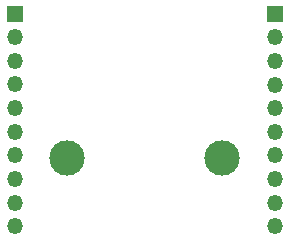
<source format=gbl>
G04 #@! TF.GenerationSoftware,KiCad,Pcbnew,7.0.7*
G04 #@! TF.CreationDate,2023-10-04T16:54:14-06:00*
G04 #@! TF.ProjectId,USB_Module,5553425f-4d6f-4647-956c-652e6b696361,rev?*
G04 #@! TF.SameCoordinates,Original*
G04 #@! TF.FileFunction,Copper,L2,Bot*
G04 #@! TF.FilePolarity,Positive*
%FSLAX46Y46*%
G04 Gerber Fmt 4.6, Leading zero omitted, Abs format (unit mm)*
G04 Created by KiCad (PCBNEW 7.0.7) date 2023-10-04 16:54:14*
%MOMM*%
%LPD*%
G01*
G04 APERTURE LIST*
G04 #@! TA.AperFunction,ComponentPad*
%ADD10C,3.000000*%
G04 #@! TD*
G04 #@! TA.AperFunction,ComponentPad*
%ADD11R,1.350000X1.350000*%
G04 #@! TD*
G04 #@! TA.AperFunction,ComponentPad*
%ADD12O,1.350000X1.350000*%
G04 #@! TD*
G04 APERTURE END LIST*
D10*
X137752800Y-99916000D03*
X150892800Y-99916000D03*
D11*
X133333600Y-87690200D03*
D12*
X133333600Y-89690200D03*
X133333600Y-91690200D03*
X133333600Y-93690200D03*
X133333600Y-95690200D03*
X133333600Y-97690200D03*
X133333600Y-99690200D03*
X133333600Y-101690200D03*
X133333600Y-103690200D03*
X133333600Y-105690200D03*
D11*
X155321000Y-87700600D03*
D12*
X155321000Y-89700600D03*
X155321000Y-91700600D03*
X155321000Y-93700600D03*
X155321000Y-95700600D03*
X155321000Y-97700600D03*
X155321000Y-99700600D03*
X155321000Y-101700600D03*
X155321000Y-103700600D03*
X155321000Y-105700600D03*
M02*

</source>
